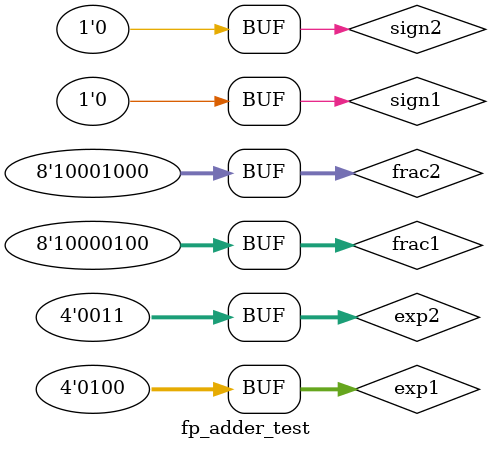
<source format=v>
`timescale 1ns/1ps

module fp_adder_test;
   reg sign1, sign2;
   reg [3:0] exp1, exp2;
   reg [7:0] frac1, frac2;
   wire sign_out;
   wire [3:0] exp_out;
   wire [7:0] frac_out;

   fp_adder fp_unit
      (.sign1(sign1), .sign2(sign2), .exp1(exp1), .exp2(exp2),
       .frac1(frac1), .frac2(frac2), .sign_out(sign_out),
       .exp_out(exp_out), .frac_out(frac_out));

   initial begin
      $dumpfile("test.vcd");
      $dumpvars(0, fp_adder_test);

      sign1 = 1'b0;
      exp1 = 4'b0100;
      frac1 = 8'b10000100;

      sign2 = 1'b0;
      exp2 = 4'b0011;
      frac2 = 8'b10001000;
   end

   initial begin
      $monitor("sign_out=%1b, exp_out=%4b, frac_out=%8b", sign_out, exp_out, frac_out);   
   end

endmodule
</source>
